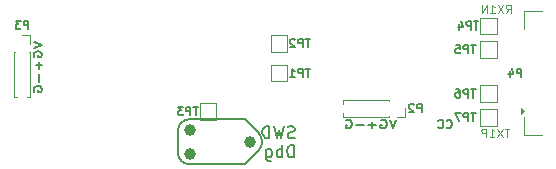
<source format=gbr>
%TF.GenerationSoftware,KiCad,Pcbnew,7.0.2-0*%
%TF.CreationDate,2023-12-30T15:56:12-08:00*%
%TF.ProjectId,uart-friend2-usb,75617274-2d66-4726-9965-6e64322d7573,rev?*%
%TF.SameCoordinates,PX7735940PY6e263e0*%
%TF.FileFunction,Legend,Bot*%
%TF.FilePolarity,Positive*%
%FSLAX46Y46*%
G04 Gerber Fmt 4.6, Leading zero omitted, Abs format (unit mm)*
G04 Created by KiCad (PCBNEW 7.0.2-0) date 2023-12-30 15:56:12*
%MOMM*%
%LPD*%
G01*
G04 APERTURE LIST*
%ADD10C,0.150000*%
%ADD11C,0.125000*%
%ADD12C,0.120000*%
%ADD13C,0.127000*%
%ADD14C,0.988060*%
%ADD15C,0.985520*%
G04 APERTURE END LIST*
D10*
X41169047Y4035667D02*
X40885714Y3335667D01*
X40885714Y3335667D02*
X40602380Y4035667D01*
X39873809Y4002334D02*
X39954762Y4035667D01*
X39954762Y4035667D02*
X40076190Y4035667D01*
X40076190Y4035667D02*
X40197619Y4002334D01*
X40197619Y4002334D02*
X40278571Y3935667D01*
X40278571Y3935667D02*
X40319048Y3869000D01*
X40319048Y3869000D02*
X40359524Y3735667D01*
X40359524Y3735667D02*
X40359524Y3635667D01*
X40359524Y3635667D02*
X40319048Y3502334D01*
X40319048Y3502334D02*
X40278571Y3435667D01*
X40278571Y3435667D02*
X40197619Y3369000D01*
X40197619Y3369000D02*
X40076190Y3335667D01*
X40076190Y3335667D02*
X39995238Y3335667D01*
X39995238Y3335667D02*
X39873809Y3369000D01*
X39873809Y3369000D02*
X39833333Y3402334D01*
X39833333Y3402334D02*
X39833333Y3635667D01*
X39833333Y3635667D02*
X39995238Y3635667D01*
X39469048Y3602334D02*
X38821429Y3602334D01*
X39145238Y3335667D02*
X39145238Y3869000D01*
X38416667Y3602334D02*
X37769048Y3602334D01*
X36919047Y4002334D02*
X37000000Y4035667D01*
X37000000Y4035667D02*
X37121428Y4035667D01*
X37121428Y4035667D02*
X37242857Y4002334D01*
X37242857Y4002334D02*
X37323809Y3935667D01*
X37323809Y3935667D02*
X37364286Y3869000D01*
X37364286Y3869000D02*
X37404762Y3735667D01*
X37404762Y3735667D02*
X37404762Y3635667D01*
X37404762Y3635667D02*
X37364286Y3502334D01*
X37364286Y3502334D02*
X37323809Y3435667D01*
X37323809Y3435667D02*
X37242857Y3369000D01*
X37242857Y3369000D02*
X37121428Y3335667D01*
X37121428Y3335667D02*
X37040476Y3335667D01*
X37040476Y3335667D02*
X36919047Y3369000D01*
X36919047Y3369000D02*
X36878571Y3402334D01*
X36878571Y3402334D02*
X36878571Y3635667D01*
X36878571Y3635667D02*
X37040476Y3635667D01*
D11*
X50450000Y13085667D02*
X50683333Y13419000D01*
X50850000Y13085667D02*
X50850000Y13785667D01*
X50850000Y13785667D02*
X50583333Y13785667D01*
X50583333Y13785667D02*
X50516667Y13752334D01*
X50516667Y13752334D02*
X50483333Y13719000D01*
X50483333Y13719000D02*
X50450000Y13652334D01*
X50450000Y13652334D02*
X50450000Y13552334D01*
X50450000Y13552334D02*
X50483333Y13485667D01*
X50483333Y13485667D02*
X50516667Y13452334D01*
X50516667Y13452334D02*
X50583333Y13419000D01*
X50583333Y13419000D02*
X50850000Y13419000D01*
X50216667Y13785667D02*
X49750000Y13085667D01*
X49750000Y13785667D02*
X50216667Y13085667D01*
X49116666Y13085667D02*
X49516666Y13085667D01*
X49316666Y13085667D02*
X49316666Y13785667D01*
X49316666Y13785667D02*
X49383333Y13685667D01*
X49383333Y13685667D02*
X49450000Y13619000D01*
X49450000Y13619000D02*
X49516666Y13585667D01*
X48816666Y13085667D02*
X48816666Y13785667D01*
X48816666Y13785667D02*
X48416666Y13085667D01*
X48416666Y13085667D02*
X48416666Y13785667D01*
D10*
X45433333Y3402334D02*
X45466666Y3369000D01*
X45466666Y3369000D02*
X45566666Y3335667D01*
X45566666Y3335667D02*
X45633333Y3335667D01*
X45633333Y3335667D02*
X45733333Y3369000D01*
X45733333Y3369000D02*
X45800000Y3435667D01*
X45800000Y3435667D02*
X45833333Y3502334D01*
X45833333Y3502334D02*
X45866666Y3635667D01*
X45866666Y3635667D02*
X45866666Y3735667D01*
X45866666Y3735667D02*
X45833333Y3869000D01*
X45833333Y3869000D02*
X45800000Y3935667D01*
X45800000Y3935667D02*
X45733333Y4002334D01*
X45733333Y4002334D02*
X45633333Y4035667D01*
X45633333Y4035667D02*
X45566666Y4035667D01*
X45566666Y4035667D02*
X45466666Y4002334D01*
X45466666Y4002334D02*
X45433333Y3969000D01*
X44733333Y3402334D02*
X44766666Y3369000D01*
X44766666Y3369000D02*
X44866666Y3335667D01*
X44866666Y3335667D02*
X44933333Y3335667D01*
X44933333Y3335667D02*
X45033333Y3369000D01*
X45033333Y3369000D02*
X45100000Y3435667D01*
X45100000Y3435667D02*
X45133333Y3502334D01*
X45133333Y3502334D02*
X45166666Y3635667D01*
X45166666Y3635667D02*
X45166666Y3735667D01*
X45166666Y3735667D02*
X45133333Y3869000D01*
X45133333Y3869000D02*
X45100000Y3935667D01*
X45100000Y3935667D02*
X45033333Y4002334D01*
X45033333Y4002334D02*
X44933333Y4035667D01*
X44933333Y4035667D02*
X44866666Y4035667D01*
X44866666Y4035667D02*
X44766666Y4002334D01*
X44766666Y4002334D02*
X44733333Y3969000D01*
X32559523Y2540000D02*
X32416666Y2492381D01*
X32416666Y2492381D02*
X32178571Y2492381D01*
X32178571Y2492381D02*
X32083333Y2540000D01*
X32083333Y2540000D02*
X32035714Y2587620D01*
X32035714Y2587620D02*
X31988095Y2682858D01*
X31988095Y2682858D02*
X31988095Y2778096D01*
X31988095Y2778096D02*
X32035714Y2873334D01*
X32035714Y2873334D02*
X32083333Y2920953D01*
X32083333Y2920953D02*
X32178571Y2968572D01*
X32178571Y2968572D02*
X32369047Y3016191D01*
X32369047Y3016191D02*
X32464285Y3063810D01*
X32464285Y3063810D02*
X32511904Y3111429D01*
X32511904Y3111429D02*
X32559523Y3206667D01*
X32559523Y3206667D02*
X32559523Y3301905D01*
X32559523Y3301905D02*
X32511904Y3397143D01*
X32511904Y3397143D02*
X32464285Y3444762D01*
X32464285Y3444762D02*
X32369047Y3492381D01*
X32369047Y3492381D02*
X32130952Y3492381D01*
X32130952Y3492381D02*
X31988095Y3444762D01*
X31654761Y3492381D02*
X31416666Y2492381D01*
X31416666Y2492381D02*
X31226190Y3206667D01*
X31226190Y3206667D02*
X31035714Y2492381D01*
X31035714Y2492381D02*
X30797619Y3492381D01*
X30416666Y2492381D02*
X30416666Y3492381D01*
X30416666Y3492381D02*
X30178571Y3492381D01*
X30178571Y3492381D02*
X30035714Y3444762D01*
X30035714Y3444762D02*
X29940476Y3349524D01*
X29940476Y3349524D02*
X29892857Y3254286D01*
X29892857Y3254286D02*
X29845238Y3063810D01*
X29845238Y3063810D02*
X29845238Y2920953D01*
X29845238Y2920953D02*
X29892857Y2730477D01*
X29892857Y2730477D02*
X29940476Y2635239D01*
X29940476Y2635239D02*
X30035714Y2540000D01*
X30035714Y2540000D02*
X30178571Y2492381D01*
X30178571Y2492381D02*
X30416666Y2492381D01*
X32511904Y872381D02*
X32511904Y1872381D01*
X32511904Y1872381D02*
X32273809Y1872381D01*
X32273809Y1872381D02*
X32130952Y1824762D01*
X32130952Y1824762D02*
X32035714Y1729524D01*
X32035714Y1729524D02*
X31988095Y1634286D01*
X31988095Y1634286D02*
X31940476Y1443810D01*
X31940476Y1443810D02*
X31940476Y1300953D01*
X31940476Y1300953D02*
X31988095Y1110477D01*
X31988095Y1110477D02*
X32035714Y1015239D01*
X32035714Y1015239D02*
X32130952Y920000D01*
X32130952Y920000D02*
X32273809Y872381D01*
X32273809Y872381D02*
X32511904Y872381D01*
X31511904Y872381D02*
X31511904Y1872381D01*
X31511904Y1491429D02*
X31416666Y1539048D01*
X31416666Y1539048D02*
X31226190Y1539048D01*
X31226190Y1539048D02*
X31130952Y1491429D01*
X31130952Y1491429D02*
X31083333Y1443810D01*
X31083333Y1443810D02*
X31035714Y1348572D01*
X31035714Y1348572D02*
X31035714Y1062858D01*
X31035714Y1062858D02*
X31083333Y967620D01*
X31083333Y967620D02*
X31130952Y920000D01*
X31130952Y920000D02*
X31226190Y872381D01*
X31226190Y872381D02*
X31416666Y872381D01*
X31416666Y872381D02*
X31511904Y920000D01*
X30178571Y1539048D02*
X30178571Y729524D01*
X30178571Y729524D02*
X30226190Y634286D01*
X30226190Y634286D02*
X30273809Y586667D01*
X30273809Y586667D02*
X30369047Y539048D01*
X30369047Y539048D02*
X30511904Y539048D01*
X30511904Y539048D02*
X30607142Y586667D01*
X30178571Y920000D02*
X30273809Y872381D01*
X30273809Y872381D02*
X30464285Y872381D01*
X30464285Y872381D02*
X30559523Y920000D01*
X30559523Y920000D02*
X30607142Y967620D01*
X30607142Y967620D02*
X30654761Y1062858D01*
X30654761Y1062858D02*
X30654761Y1348572D01*
X30654761Y1348572D02*
X30607142Y1443810D01*
X30607142Y1443810D02*
X30559523Y1491429D01*
X30559523Y1491429D02*
X30464285Y1539048D01*
X30464285Y1539048D02*
X30273809Y1539048D01*
X30273809Y1539048D02*
X30178571Y1491429D01*
X10464333Y10669048D02*
X11164333Y10385715D01*
X11164333Y10385715D02*
X10464333Y10102381D01*
X10497666Y9373810D02*
X10464333Y9454763D01*
X10464333Y9454763D02*
X10464333Y9576191D01*
X10464333Y9576191D02*
X10497666Y9697620D01*
X10497666Y9697620D02*
X10564333Y9778572D01*
X10564333Y9778572D02*
X10631000Y9819049D01*
X10631000Y9819049D02*
X10764333Y9859525D01*
X10764333Y9859525D02*
X10864333Y9859525D01*
X10864333Y9859525D02*
X10997666Y9819049D01*
X10997666Y9819049D02*
X11064333Y9778572D01*
X11064333Y9778572D02*
X11131000Y9697620D01*
X11131000Y9697620D02*
X11164333Y9576191D01*
X11164333Y9576191D02*
X11164333Y9495239D01*
X11164333Y9495239D02*
X11131000Y9373810D01*
X11131000Y9373810D02*
X11097666Y9333334D01*
X11097666Y9333334D02*
X10864333Y9333334D01*
X10864333Y9333334D02*
X10864333Y9495239D01*
X10897666Y8969049D02*
X10897666Y8321429D01*
X11164333Y8645239D02*
X10631000Y8645239D01*
X10897666Y7916668D02*
X10897666Y7269048D01*
X10497666Y6419048D02*
X10464333Y6500001D01*
X10464333Y6500001D02*
X10464333Y6621429D01*
X10464333Y6621429D02*
X10497666Y6742858D01*
X10497666Y6742858D02*
X10564333Y6823810D01*
X10564333Y6823810D02*
X10631000Y6864287D01*
X10631000Y6864287D02*
X10764333Y6904763D01*
X10764333Y6904763D02*
X10864333Y6904763D01*
X10864333Y6904763D02*
X10997666Y6864287D01*
X10997666Y6864287D02*
X11064333Y6823810D01*
X11064333Y6823810D02*
X11131000Y6742858D01*
X11131000Y6742858D02*
X11164333Y6621429D01*
X11164333Y6621429D02*
X11164333Y6540477D01*
X11164333Y6540477D02*
X11131000Y6419048D01*
X11131000Y6419048D02*
X11097666Y6378572D01*
X11097666Y6378572D02*
X10864333Y6378572D01*
X10864333Y6378572D02*
X10864333Y6540477D01*
D11*
X50750000Y3285667D02*
X50350000Y3285667D01*
X50550000Y2585667D02*
X50550000Y3285667D01*
X50183334Y3285667D02*
X49716667Y2585667D01*
X49716667Y3285667D02*
X50183334Y2585667D01*
X49083333Y2585667D02*
X49483333Y2585667D01*
X49283333Y2585667D02*
X49283333Y3285667D01*
X49283333Y3285667D02*
X49350000Y3185667D01*
X49350000Y3185667D02*
X49416667Y3119000D01*
X49416667Y3119000D02*
X49483333Y3085667D01*
X48783333Y2585667D02*
X48783333Y3285667D01*
X48783333Y3285667D02*
X48516666Y3285667D01*
X48516666Y3285667D02*
X48450000Y3252334D01*
X48450000Y3252334D02*
X48416666Y3219000D01*
X48416666Y3219000D02*
X48383333Y3152334D01*
X48383333Y3152334D02*
X48383333Y3052334D01*
X48383333Y3052334D02*
X48416666Y2985667D01*
X48416666Y2985667D02*
X48450000Y2952334D01*
X48450000Y2952334D02*
X48516666Y2919000D01*
X48516666Y2919000D02*
X48783333Y2919000D01*
D10*
%TO.C,TP6*%
X47883333Y6626167D02*
X47483333Y6626167D01*
X47683333Y5926167D02*
X47683333Y6626167D01*
X47250000Y5926167D02*
X47250000Y6626167D01*
X47250000Y6626167D02*
X46983333Y6626167D01*
X46983333Y6626167D02*
X46916667Y6592834D01*
X46916667Y6592834D02*
X46883333Y6559500D01*
X46883333Y6559500D02*
X46850000Y6492834D01*
X46850000Y6492834D02*
X46850000Y6392834D01*
X46850000Y6392834D02*
X46883333Y6326167D01*
X46883333Y6326167D02*
X46916667Y6292834D01*
X46916667Y6292834D02*
X46983333Y6259500D01*
X46983333Y6259500D02*
X47250000Y6259500D01*
X46250000Y6626167D02*
X46383333Y6626167D01*
X46383333Y6626167D02*
X46450000Y6592834D01*
X46450000Y6592834D02*
X46483333Y6559500D01*
X46483333Y6559500D02*
X46550000Y6459500D01*
X46550000Y6459500D02*
X46583333Y6326167D01*
X46583333Y6326167D02*
X46583333Y6059500D01*
X46583333Y6059500D02*
X46550000Y5992834D01*
X46550000Y5992834D02*
X46516667Y5959500D01*
X46516667Y5959500D02*
X46450000Y5926167D01*
X46450000Y5926167D02*
X46316667Y5926167D01*
X46316667Y5926167D02*
X46250000Y5959500D01*
X46250000Y5959500D02*
X46216667Y5992834D01*
X46216667Y5992834D02*
X46183333Y6059500D01*
X46183333Y6059500D02*
X46183333Y6226167D01*
X46183333Y6226167D02*
X46216667Y6292834D01*
X46216667Y6292834D02*
X46250000Y6326167D01*
X46250000Y6326167D02*
X46316667Y6359500D01*
X46316667Y6359500D02*
X46450000Y6359500D01*
X46450000Y6359500D02*
X46516667Y6326167D01*
X46516667Y6326167D02*
X46550000Y6292834D01*
X46550000Y6292834D02*
X46583333Y6226167D01*
%TO.C,TP4*%
X48133333Y12376167D02*
X47733333Y12376167D01*
X47933333Y11676167D02*
X47933333Y12376167D01*
X47500000Y11676167D02*
X47500000Y12376167D01*
X47500000Y12376167D02*
X47233333Y12376167D01*
X47233333Y12376167D02*
X47166667Y12342834D01*
X47166667Y12342834D02*
X47133333Y12309500D01*
X47133333Y12309500D02*
X47100000Y12242834D01*
X47100000Y12242834D02*
X47100000Y12142834D01*
X47100000Y12142834D02*
X47133333Y12076167D01*
X47133333Y12076167D02*
X47166667Y12042834D01*
X47166667Y12042834D02*
X47233333Y12009500D01*
X47233333Y12009500D02*
X47500000Y12009500D01*
X46500000Y12142834D02*
X46500000Y11676167D01*
X46666667Y12409500D02*
X46833333Y11909500D01*
X46833333Y11909500D02*
X46400000Y11909500D01*
%TO.C,P2*%
X43326666Y4676167D02*
X43326666Y5376167D01*
X43326666Y5376167D02*
X43059999Y5376167D01*
X43059999Y5376167D02*
X42993333Y5342834D01*
X42993333Y5342834D02*
X42959999Y5309500D01*
X42959999Y5309500D02*
X42926666Y5242834D01*
X42926666Y5242834D02*
X42926666Y5142834D01*
X42926666Y5142834D02*
X42959999Y5076167D01*
X42959999Y5076167D02*
X42993333Y5042834D01*
X42993333Y5042834D02*
X43059999Y5009500D01*
X43059999Y5009500D02*
X43326666Y5009500D01*
X42659999Y5309500D02*
X42626666Y5342834D01*
X42626666Y5342834D02*
X42559999Y5376167D01*
X42559999Y5376167D02*
X42393333Y5376167D01*
X42393333Y5376167D02*
X42326666Y5342834D01*
X42326666Y5342834D02*
X42293333Y5309500D01*
X42293333Y5309500D02*
X42259999Y5242834D01*
X42259999Y5242834D02*
X42259999Y5176167D01*
X42259999Y5176167D02*
X42293333Y5076167D01*
X42293333Y5076167D02*
X42693333Y4676167D01*
X42693333Y4676167D02*
X42259999Y4676167D01*
%TO.C,TP1*%
X33883333Y8376167D02*
X33483333Y8376167D01*
X33683333Y7676167D02*
X33683333Y8376167D01*
X33250000Y7676167D02*
X33250000Y8376167D01*
X33250000Y8376167D02*
X32983333Y8376167D01*
X32983333Y8376167D02*
X32916667Y8342834D01*
X32916667Y8342834D02*
X32883333Y8309500D01*
X32883333Y8309500D02*
X32850000Y8242834D01*
X32850000Y8242834D02*
X32850000Y8142834D01*
X32850000Y8142834D02*
X32883333Y8076167D01*
X32883333Y8076167D02*
X32916667Y8042834D01*
X32916667Y8042834D02*
X32983333Y8009500D01*
X32983333Y8009500D02*
X33250000Y8009500D01*
X32183333Y7676167D02*
X32583333Y7676167D01*
X32383333Y7676167D02*
X32383333Y8376167D01*
X32383333Y8376167D02*
X32450000Y8276167D01*
X32450000Y8276167D02*
X32516667Y8209500D01*
X32516667Y8209500D02*
X32583333Y8176167D01*
%TO.C,TP7*%
X47883333Y4626167D02*
X47483333Y4626167D01*
X47683333Y3926167D02*
X47683333Y4626167D01*
X47250000Y3926167D02*
X47250000Y4626167D01*
X47250000Y4626167D02*
X46983333Y4626167D01*
X46983333Y4626167D02*
X46916667Y4592834D01*
X46916667Y4592834D02*
X46883333Y4559500D01*
X46883333Y4559500D02*
X46850000Y4492834D01*
X46850000Y4492834D02*
X46850000Y4392834D01*
X46850000Y4392834D02*
X46883333Y4326167D01*
X46883333Y4326167D02*
X46916667Y4292834D01*
X46916667Y4292834D02*
X46983333Y4259500D01*
X46983333Y4259500D02*
X47250000Y4259500D01*
X46616667Y4626167D02*
X46150000Y4626167D01*
X46150000Y4626167D02*
X46450000Y3926167D01*
%TO.C,P3*%
X10016666Y11736167D02*
X10016666Y12436167D01*
X10016666Y12436167D02*
X9749999Y12436167D01*
X9749999Y12436167D02*
X9683333Y12402834D01*
X9683333Y12402834D02*
X9649999Y12369500D01*
X9649999Y12369500D02*
X9616666Y12302834D01*
X9616666Y12302834D02*
X9616666Y12202834D01*
X9616666Y12202834D02*
X9649999Y12136167D01*
X9649999Y12136167D02*
X9683333Y12102834D01*
X9683333Y12102834D02*
X9749999Y12069500D01*
X9749999Y12069500D02*
X10016666Y12069500D01*
X9383333Y12436167D02*
X8949999Y12436167D01*
X8949999Y12436167D02*
X9183333Y12169500D01*
X9183333Y12169500D02*
X9083333Y12169500D01*
X9083333Y12169500D02*
X9016666Y12136167D01*
X9016666Y12136167D02*
X8983333Y12102834D01*
X8983333Y12102834D02*
X8949999Y12036167D01*
X8949999Y12036167D02*
X8949999Y11869500D01*
X8949999Y11869500D02*
X8983333Y11802834D01*
X8983333Y11802834D02*
X9016666Y11769500D01*
X9016666Y11769500D02*
X9083333Y11736167D01*
X9083333Y11736167D02*
X9283333Y11736167D01*
X9283333Y11736167D02*
X9349999Y11769500D01*
X9349999Y11769500D02*
X9383333Y11802834D01*
%TO.C,TP3*%
X24383333Y5126167D02*
X23983333Y5126167D01*
X24183333Y4426167D02*
X24183333Y5126167D01*
X23750000Y4426167D02*
X23750000Y5126167D01*
X23750000Y5126167D02*
X23483333Y5126167D01*
X23483333Y5126167D02*
X23416667Y5092834D01*
X23416667Y5092834D02*
X23383333Y5059500D01*
X23383333Y5059500D02*
X23350000Y4992834D01*
X23350000Y4992834D02*
X23350000Y4892834D01*
X23350000Y4892834D02*
X23383333Y4826167D01*
X23383333Y4826167D02*
X23416667Y4792834D01*
X23416667Y4792834D02*
X23483333Y4759500D01*
X23483333Y4759500D02*
X23750000Y4759500D01*
X23116667Y5126167D02*
X22683333Y5126167D01*
X22683333Y5126167D02*
X22916667Y4859500D01*
X22916667Y4859500D02*
X22816667Y4859500D01*
X22816667Y4859500D02*
X22750000Y4826167D01*
X22750000Y4826167D02*
X22716667Y4792834D01*
X22716667Y4792834D02*
X22683333Y4726167D01*
X22683333Y4726167D02*
X22683333Y4559500D01*
X22683333Y4559500D02*
X22716667Y4492834D01*
X22716667Y4492834D02*
X22750000Y4459500D01*
X22750000Y4459500D02*
X22816667Y4426167D01*
X22816667Y4426167D02*
X23016667Y4426167D01*
X23016667Y4426167D02*
X23083333Y4459500D01*
X23083333Y4459500D02*
X23116667Y4492834D01*
%TO.C,TP2*%
X33883333Y10876167D02*
X33483333Y10876167D01*
X33683333Y10176167D02*
X33683333Y10876167D01*
X33250000Y10176167D02*
X33250000Y10876167D01*
X33250000Y10876167D02*
X32983333Y10876167D01*
X32983333Y10876167D02*
X32916667Y10842834D01*
X32916667Y10842834D02*
X32883333Y10809500D01*
X32883333Y10809500D02*
X32850000Y10742834D01*
X32850000Y10742834D02*
X32850000Y10642834D01*
X32850000Y10642834D02*
X32883333Y10576167D01*
X32883333Y10576167D02*
X32916667Y10542834D01*
X32916667Y10542834D02*
X32983333Y10509500D01*
X32983333Y10509500D02*
X33250000Y10509500D01*
X32583333Y10809500D02*
X32550000Y10842834D01*
X32550000Y10842834D02*
X32483333Y10876167D01*
X32483333Y10876167D02*
X32316667Y10876167D01*
X32316667Y10876167D02*
X32250000Y10842834D01*
X32250000Y10842834D02*
X32216667Y10809500D01*
X32216667Y10809500D02*
X32183333Y10742834D01*
X32183333Y10742834D02*
X32183333Y10676167D01*
X32183333Y10676167D02*
X32216667Y10576167D01*
X32216667Y10576167D02*
X32616667Y10176167D01*
X32616667Y10176167D02*
X32183333Y10176167D01*
%TO.C,TP5*%
X47883333Y10376167D02*
X47483333Y10376167D01*
X47683333Y9676167D02*
X47683333Y10376167D01*
X47250000Y9676167D02*
X47250000Y10376167D01*
X47250000Y10376167D02*
X46983333Y10376167D01*
X46983333Y10376167D02*
X46916667Y10342834D01*
X46916667Y10342834D02*
X46883333Y10309500D01*
X46883333Y10309500D02*
X46850000Y10242834D01*
X46850000Y10242834D02*
X46850000Y10142834D01*
X46850000Y10142834D02*
X46883333Y10076167D01*
X46883333Y10076167D02*
X46916667Y10042834D01*
X46916667Y10042834D02*
X46983333Y10009500D01*
X46983333Y10009500D02*
X47250000Y10009500D01*
X46216667Y10376167D02*
X46550000Y10376167D01*
X46550000Y10376167D02*
X46583333Y10042834D01*
X46583333Y10042834D02*
X46550000Y10076167D01*
X46550000Y10076167D02*
X46483333Y10109500D01*
X46483333Y10109500D02*
X46316667Y10109500D01*
X46316667Y10109500D02*
X46250000Y10076167D01*
X46250000Y10076167D02*
X46216667Y10042834D01*
X46216667Y10042834D02*
X46183333Y9976167D01*
X46183333Y9976167D02*
X46183333Y9809500D01*
X46183333Y9809500D02*
X46216667Y9742834D01*
X46216667Y9742834D02*
X46250000Y9709500D01*
X46250000Y9709500D02*
X46316667Y9676167D01*
X46316667Y9676167D02*
X46483333Y9676167D01*
X46483333Y9676167D02*
X46550000Y9709500D01*
X46550000Y9709500D02*
X46583333Y9742834D01*
%TO.C,P4*%
X51766666Y7676167D02*
X51766666Y8376167D01*
X51766666Y8376167D02*
X51499999Y8376167D01*
X51499999Y8376167D02*
X51433333Y8342834D01*
X51433333Y8342834D02*
X51399999Y8309500D01*
X51399999Y8309500D02*
X51366666Y8242834D01*
X51366666Y8242834D02*
X51366666Y8142834D01*
X51366666Y8142834D02*
X51399999Y8076167D01*
X51399999Y8076167D02*
X51433333Y8042834D01*
X51433333Y8042834D02*
X51499999Y8009500D01*
X51499999Y8009500D02*
X51766666Y8009500D01*
X50766666Y8142834D02*
X50766666Y7676167D01*
X50933333Y8409500D02*
X51099999Y7909500D01*
X51099999Y7909500D02*
X50666666Y7909500D01*
D12*
%TO.C,TP6*%
X49700000Y5550000D02*
X49700000Y6950000D01*
X49700000Y6950000D02*
X48300000Y6950000D01*
X48300000Y5550000D02*
X49700000Y5550000D01*
X48300000Y6950000D02*
X48300000Y5550000D01*
%TO.C,TP4*%
X49700000Y11300000D02*
X49700000Y12700000D01*
X49700000Y12700000D02*
X48300000Y12700000D01*
X48300000Y11300000D02*
X49700000Y11300000D01*
X48300000Y12700000D02*
X48300000Y11300000D01*
%TO.C,P2*%
X36690000Y4305000D02*
X36690000Y4605507D01*
X40565000Y4305000D02*
X36690000Y4305000D01*
X40565000Y4305000D02*
X40565000Y4391724D01*
X41250000Y4305000D02*
X41935000Y4305000D01*
X41935000Y4305000D02*
X41935000Y5000000D01*
X36690000Y5394493D02*
X36690000Y5695000D01*
X40565000Y5608276D02*
X40565000Y5695000D01*
X40565000Y5695000D02*
X36690000Y5695000D01*
%TO.C,TP1*%
X31950000Y7300000D02*
X31950000Y8700000D01*
X31950000Y8700000D02*
X30550000Y8700000D01*
X30550000Y7300000D02*
X31950000Y7300000D01*
X30550000Y8700000D02*
X30550000Y7300000D01*
%TO.C,TP7*%
X49700000Y3550000D02*
X49700000Y4950000D01*
X49700000Y4950000D02*
X48300000Y4950000D01*
X48300000Y3550000D02*
X49700000Y3550000D01*
X48300000Y4950000D02*
X48300000Y3550000D01*
%TO.C,P3*%
X10195000Y5940000D02*
X9894493Y5940000D01*
X10195000Y9815000D02*
X10195000Y5940000D01*
X10195000Y9815000D02*
X10108276Y9815000D01*
X10195000Y10500000D02*
X10195000Y11185000D01*
X10195000Y11185000D02*
X9500000Y11185000D01*
X9105507Y5940000D02*
X8805000Y5940000D01*
X8891724Y9815000D02*
X8805000Y9815000D01*
X8805000Y9815000D02*
X8805000Y5940000D01*
%TO.C,TP3*%
X25950000Y4050000D02*
X25950000Y5450000D01*
X25950000Y5450000D02*
X24550000Y5450000D01*
X24550000Y4050000D02*
X25950000Y4050000D01*
X24550000Y5450000D02*
X24550000Y4050000D01*
%TO.C,TP2*%
X31950000Y9800000D02*
X31950000Y11200000D01*
X31950000Y11200000D02*
X30550000Y11200000D01*
X30550000Y9800000D02*
X31950000Y9800000D01*
X30550000Y11200000D02*
X30550000Y9800000D01*
D13*
%TO.C,J2*%
X29513900Y1461100D02*
X28332800Y280000D01*
X29513900Y2908900D02*
X28332800Y4090000D01*
X23646500Y280000D02*
X28332800Y280000D01*
X23646500Y4090000D02*
X28332800Y4090000D01*
X22694000Y3137500D02*
X22694000Y1232500D01*
X29513899Y1461101D02*
G75*
G03*
X29513899Y2908899I-723900J723899D01*
G01*
X22694000Y1232500D02*
G75*
G03*
X23646500Y280000I952500J0D01*
G01*
X23646500Y4090000D02*
G75*
G03*
X22694000Y3137500I0J-952500D01*
G01*
D12*
%TO.C,TP5*%
X49700000Y9300000D02*
X49700000Y10700000D01*
X49700000Y10700000D02*
X48300000Y10700000D01*
X48300000Y9300000D02*
X49700000Y9300000D01*
X48300000Y10700000D02*
X48300000Y9300000D01*
%TO.C,P4*%
X52000000Y13250000D02*
X53500000Y13250000D01*
X52000000Y11750000D02*
X52000000Y13250000D01*
X53500000Y2750000D02*
X52000000Y2750000D01*
X52000000Y2750000D02*
X52000000Y4250000D01*
X52000000Y4750000D02*
X51750000Y4500000D01*
X51750000Y5000000D01*
X52000000Y4750000D01*
G36*
X52000000Y4750000D02*
G01*
X51750000Y4500000D01*
X51750000Y5000000D01*
X52000000Y4750000D01*
G37*
%TD*%
D14*
%TO.C,J2*%
X28790000Y2185000D03*
D15*
X23710000Y1169000D03*
X23710000Y3201000D03*
%TD*%
M02*

</source>
